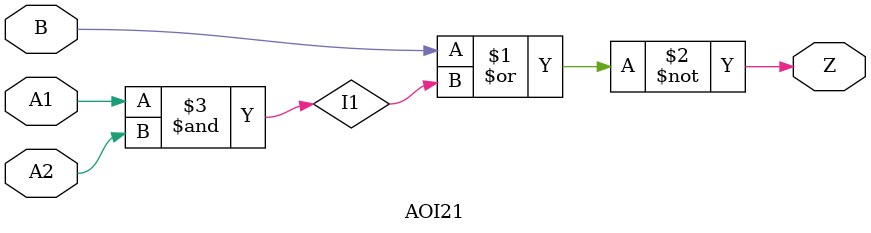
<source format=v>
`resetall
`timescale 1 ns / 100 ps

/* Created by DB2VERILOG Version 1.2.0.2 on Fri Aug  5 11:12:39 1994 */
/* module compiled from "lsl2db 4.0.3" run */

`celldefine
module AOI21 (A1, A2, B, Z);
input  A1, A2, B;
output Z;
nor  (Z, B, I1);
and  (I1, A1, A2);


endmodule
`endcelldefine


</source>
